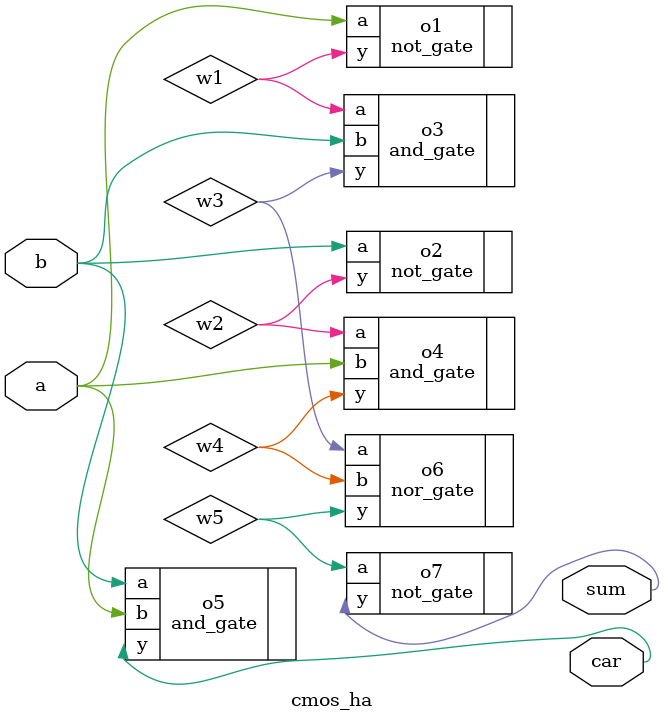
<source format=v>
`include "and.v"
`include "nor.v"

module cmos_ha(input a, input b, output sum, output car);
wire w1,w2,w3,w4,w5;

not_gate o1(.a(a),.y(w1));
not_gate o2(.a(b),.y(w2));
and_gate o3(.a(w1),.b(b),.y(w3));
and_gate o4(.a(w2),.b(a),.y(w4));
and_gate o5(.a(b),.b(a),.y(car));
nor_gate o6(.a(w3),.b(w4),.y(w5));
not_gate o7(.a(w5),.y(sum));

endmodule

</source>
